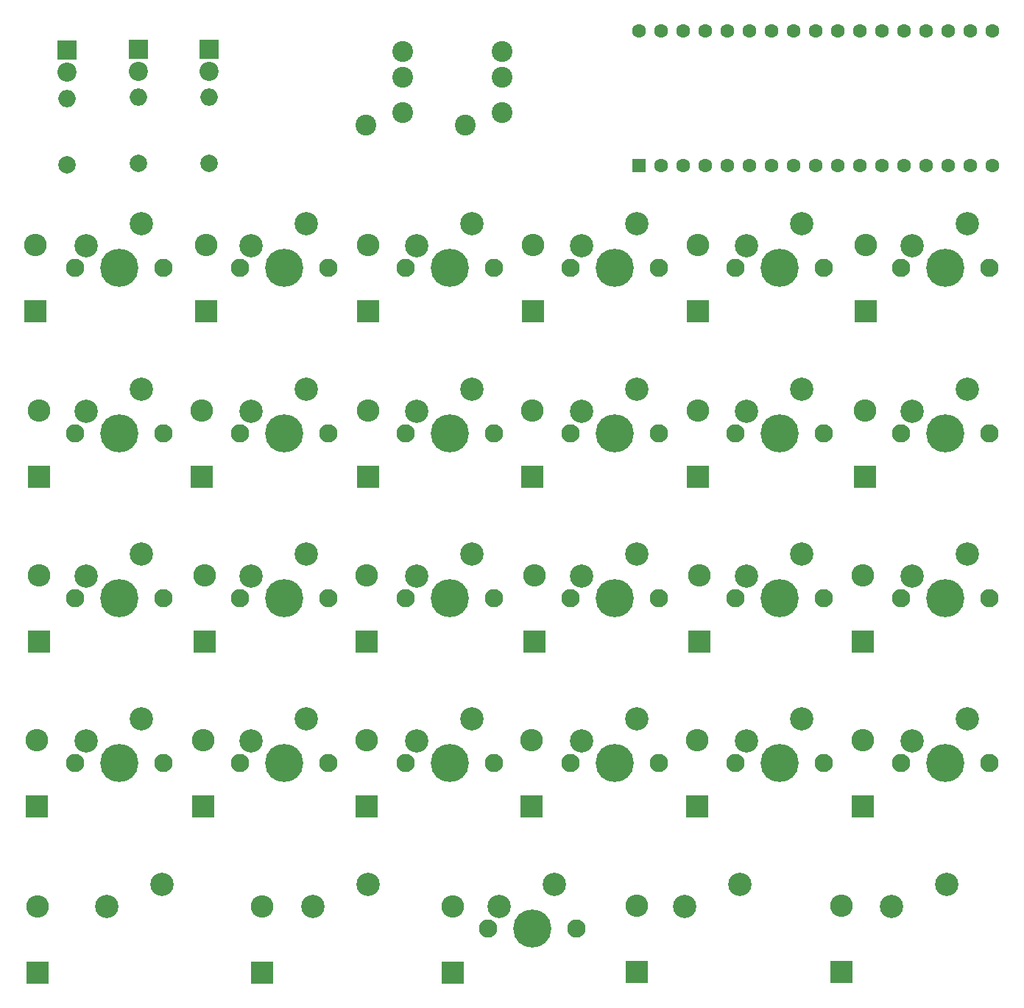
<source format=gts>
G04 #@! TF.FileFunction,Soldermask,Top*
%FSLAX46Y46*%
G04 Gerber Fmt 4.6, Leading zero omitted, Abs format (unit mm)*
G04 Created by KiCad (PCBNEW 4.0.1-stable) date 2018/06/12 22:38:54*
%MOMM*%
G01*
G04 APERTURE LIST*
%ADD10C,0.100000*%
%ADD11R,2.600000X2.600000*%
%ADD12O,2.600000X2.600000*%
%ADD13C,2.686000*%
%ADD14C,4.387800*%
%ADD15C,2.101800*%
%ADD16C,1.600000*%
%ADD17R,1.600000X1.600000*%
%ADD18C,2.400000*%
%ADD19R,2.200000X2.200000*%
%ADD20C,2.200000*%
%ADD21C,2.000000*%
%ADD22O,2.000000X2.000000*%
G04 APERTURE END LIST*
D10*
D11*
X40800000Y-74000000D03*
D12*
X40800000Y-66380000D03*
D11*
X59500000Y-74000000D03*
D12*
X59500000Y-66380000D03*
D11*
X78600000Y-74000000D03*
D12*
X78600000Y-66380000D03*
D11*
X97500000Y-74000000D03*
D12*
X97500000Y-66380000D03*
D11*
X116600000Y-74000000D03*
D12*
X116600000Y-66380000D03*
D11*
X135800000Y-74000000D03*
D12*
X135800000Y-66380000D03*
D11*
X40800000Y-93000000D03*
D12*
X40800000Y-85380000D03*
D11*
X59800000Y-93000000D03*
D12*
X59800000Y-85380000D03*
D11*
X78500000Y-93000000D03*
D12*
X78500000Y-85380000D03*
D11*
X97800000Y-93000000D03*
D12*
X97800000Y-85380000D03*
D11*
X116700000Y-93000000D03*
D12*
X116700000Y-85380000D03*
D11*
X135500000Y-93000000D03*
D12*
X135500000Y-85380000D03*
D11*
X40500000Y-112000000D03*
D12*
X40500000Y-104380000D03*
D11*
X59700000Y-112000000D03*
D12*
X59700000Y-104380000D03*
D11*
X78500000Y-112000000D03*
D12*
X78500000Y-104380000D03*
D11*
X97400000Y-112000000D03*
D12*
X97400000Y-104380000D03*
D11*
X116500000Y-112000000D03*
D12*
X116500000Y-104380000D03*
D11*
X135500000Y-112000000D03*
D12*
X135500000Y-104380000D03*
D11*
X40600000Y-131100000D03*
D12*
X40600000Y-123480000D03*
D11*
X66400000Y-131100000D03*
D12*
X66400000Y-123480000D03*
D11*
X88400000Y-131100000D03*
D12*
X88400000Y-123480000D03*
D13*
X52540000Y-63920000D03*
X46190000Y-66460000D03*
D14*
X50000000Y-69000000D03*
D15*
X44920000Y-69000000D03*
X55080000Y-69000000D03*
D13*
X71540000Y-63920000D03*
X65190000Y-66460000D03*
D14*
X69000000Y-69000000D03*
D15*
X63920000Y-69000000D03*
X74080000Y-69000000D03*
D13*
X90540000Y-63920000D03*
X84190000Y-66460000D03*
D14*
X88000000Y-69000000D03*
D15*
X82920000Y-69000000D03*
X93080000Y-69000000D03*
D13*
X109540000Y-63920000D03*
X103190000Y-66460000D03*
D14*
X107000000Y-69000000D03*
D15*
X101920000Y-69000000D03*
X112080000Y-69000000D03*
D13*
X128540000Y-63920000D03*
X122190000Y-66460000D03*
D14*
X126000000Y-69000000D03*
D15*
X120920000Y-69000000D03*
X131080000Y-69000000D03*
D13*
X147540000Y-63920000D03*
X141190000Y-66460000D03*
D14*
X145000000Y-69000000D03*
D15*
X139920000Y-69000000D03*
X150080000Y-69000000D03*
D13*
X52540000Y-82920000D03*
X46190000Y-85460000D03*
D14*
X50000000Y-88000000D03*
D15*
X44920000Y-88000000D03*
X55080000Y-88000000D03*
D13*
X71540000Y-82920000D03*
X65190000Y-85460000D03*
D14*
X69000000Y-88000000D03*
D15*
X63920000Y-88000000D03*
X74080000Y-88000000D03*
D13*
X90540000Y-82920000D03*
X84190000Y-85460000D03*
D14*
X88000000Y-88000000D03*
D15*
X82920000Y-88000000D03*
X93080000Y-88000000D03*
D13*
X109540000Y-82920000D03*
X103190000Y-85460000D03*
D14*
X107000000Y-88000000D03*
D15*
X101920000Y-88000000D03*
X112080000Y-88000000D03*
D13*
X128540000Y-82920000D03*
X122190000Y-85460000D03*
D14*
X126000000Y-88000000D03*
D15*
X120920000Y-88000000D03*
X131080000Y-88000000D03*
D13*
X147540000Y-82920000D03*
X141190000Y-85460000D03*
D14*
X145000000Y-88000000D03*
D15*
X139920000Y-88000000D03*
X150080000Y-88000000D03*
D13*
X52540000Y-101920000D03*
X46190000Y-104460000D03*
D14*
X50000000Y-107000000D03*
D15*
X44920000Y-107000000D03*
X55080000Y-107000000D03*
D13*
X71540000Y-101920000D03*
X65190000Y-104460000D03*
D14*
X69000000Y-107000000D03*
D15*
X63920000Y-107000000D03*
X74080000Y-107000000D03*
D13*
X90540000Y-101920000D03*
X84190000Y-104460000D03*
D14*
X88000000Y-107000000D03*
D15*
X82920000Y-107000000D03*
X93080000Y-107000000D03*
D13*
X109540000Y-101920000D03*
X103190000Y-104460000D03*
D14*
X107000000Y-107000000D03*
D15*
X101920000Y-107000000D03*
X112080000Y-107000000D03*
D13*
X128540000Y-101920000D03*
X122190000Y-104460000D03*
D14*
X126000000Y-107000000D03*
D15*
X120920000Y-107000000D03*
X131080000Y-107000000D03*
D13*
X147540000Y-101920000D03*
X141190000Y-104460000D03*
D14*
X145000000Y-107000000D03*
D15*
X139920000Y-107000000D03*
X150080000Y-107000000D03*
D13*
X54915000Y-120920000D03*
X48565000Y-123460000D03*
X78665000Y-120920000D03*
X72315000Y-123460000D03*
D16*
X109800000Y-22754000D03*
X112340000Y-22754000D03*
X114880000Y-22754000D03*
X117420000Y-22754000D03*
X119960000Y-22754000D03*
X122500000Y-22754000D03*
X125040000Y-22754000D03*
X127580000Y-22754000D03*
X130120000Y-22754000D03*
X132660000Y-22754000D03*
X135200000Y-22754000D03*
X137740000Y-22754000D03*
X140280000Y-22754000D03*
X142820000Y-22754000D03*
X145360000Y-22754000D03*
X147900000Y-22754000D03*
X150440000Y-22754000D03*
D17*
X109800000Y-38246000D03*
D16*
X112340000Y-38246000D03*
X114880000Y-38246000D03*
X117420000Y-38246000D03*
X119960000Y-38246000D03*
X122500000Y-38246000D03*
X125040000Y-38246000D03*
X127580000Y-38246000D03*
X130120000Y-38246000D03*
X132660000Y-38246000D03*
X135200000Y-38246000D03*
X137740000Y-38246000D03*
X140280000Y-38246000D03*
X142820000Y-38246000D03*
X145360000Y-38246000D03*
X147900000Y-38246000D03*
X150440000Y-38246000D03*
D11*
X40400000Y-55000000D03*
D12*
X40400000Y-47380000D03*
D11*
X60000000Y-55000000D03*
D12*
X60000000Y-47380000D03*
D11*
X78600000Y-55000000D03*
D12*
X78600000Y-47380000D03*
D11*
X97600000Y-55000000D03*
D12*
X97600000Y-47380000D03*
D11*
X116600000Y-55000000D03*
D12*
X116600000Y-47380000D03*
D11*
X135900000Y-55000000D03*
D12*
X135900000Y-47380000D03*
D11*
X109500000Y-131000000D03*
D12*
X109500000Y-123380000D03*
D11*
X133100000Y-131000000D03*
D12*
X133100000Y-123380000D03*
D18*
X82600000Y-25100000D03*
X82600000Y-28100000D03*
X78400000Y-33600000D03*
X82600000Y-32100000D03*
X94000000Y-25100000D03*
X94000000Y-28100000D03*
X89800000Y-33600000D03*
X94000000Y-32100000D03*
D13*
X52540000Y-44920000D03*
X46190000Y-47460000D03*
D14*
X50000000Y-50000000D03*
D15*
X44920000Y-50000000D03*
X55080000Y-50000000D03*
D13*
X71540000Y-44920000D03*
X65190000Y-47460000D03*
D14*
X69000000Y-50000000D03*
D15*
X63920000Y-50000000D03*
X74080000Y-50000000D03*
D13*
X90540000Y-44920000D03*
X84190000Y-47460000D03*
D14*
X88000000Y-50000000D03*
D15*
X82920000Y-50000000D03*
X93080000Y-50000000D03*
D13*
X109540000Y-44920000D03*
X103190000Y-47460000D03*
D14*
X107000000Y-50000000D03*
D15*
X101920000Y-50000000D03*
X112080000Y-50000000D03*
D13*
X128540000Y-44920000D03*
X122190000Y-47460000D03*
D14*
X126000000Y-50000000D03*
D15*
X120920000Y-50000000D03*
X131080000Y-50000000D03*
D13*
X147540000Y-44920000D03*
X141190000Y-47460000D03*
D14*
X145000000Y-50000000D03*
D15*
X139920000Y-50000000D03*
X150080000Y-50000000D03*
D13*
X100040000Y-120920000D03*
X93690000Y-123460000D03*
D14*
X97500000Y-126000000D03*
D15*
X92420000Y-126000000D03*
X102580000Y-126000000D03*
D13*
X121415000Y-120920000D03*
X115065000Y-123460000D03*
X145165000Y-120920000D03*
X138815000Y-123460000D03*
D19*
X60300000Y-24800000D03*
D20*
X60300000Y-27340000D03*
D19*
X52200000Y-24800000D03*
D20*
X52200000Y-27340000D03*
D19*
X44000000Y-24900000D03*
D20*
X44000000Y-27440000D03*
D21*
X60300000Y-38000000D03*
D22*
X60300000Y-30380000D03*
D21*
X52200000Y-38000000D03*
D22*
X52200000Y-30380000D03*
D21*
X44000000Y-38100000D03*
D22*
X44000000Y-30480000D03*
M02*

</source>
